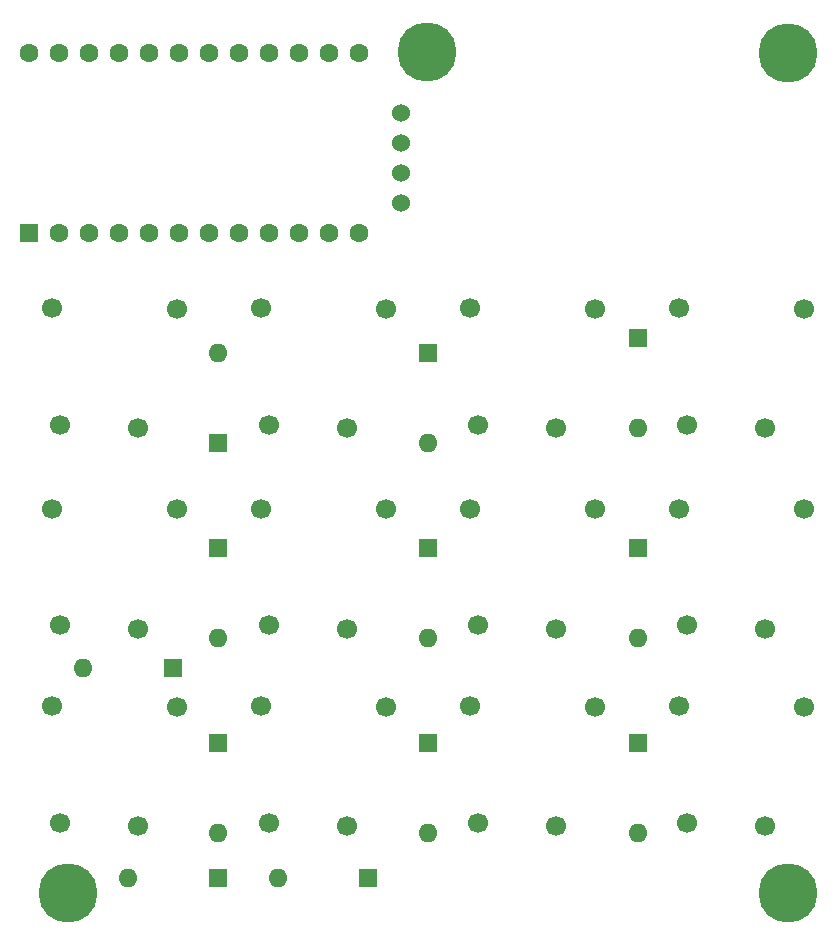
<source format=gbr>
%TF.GenerationSoftware,KiCad,Pcbnew,(5.1.10)-1*%
%TF.CreationDate,2021-07-14T17:28:46+02:00*%
%TF.ProjectId,kailh-keys,6b61696c-682d-46b6-9579-732e6b696361,rev?*%
%TF.SameCoordinates,Original*%
%TF.FileFunction,Soldermask,Bot*%
%TF.FilePolarity,Negative*%
%FSLAX46Y46*%
G04 Gerber Fmt 4.6, Leading zero omitted, Abs format (unit mm)*
G04 Created by KiCad (PCBNEW (5.1.10)-1) date 2021-07-14 17:28:46*
%MOMM*%
%LPD*%
G01*
G04 APERTURE LIST*
%ADD10C,1.700000*%
%ADD11O,1.600000X1.600000*%
%ADD12R,1.600000X1.600000*%
%ADD13C,5.000000*%
%ADD14C,0.800000*%
%ADD15C,1.524000*%
%ADD16C,1.600000*%
G04 APERTURE END LIST*
D10*
%TO.C,SW1*%
X178004000Y-73015700D03*
X171412700Y-72736300D03*
X181306000Y-62919200D03*
X170726900Y-62906500D03*
%TD*%
%TO.C,SW2*%
X195704000Y-73015700D03*
X189112700Y-72736300D03*
X199006000Y-62919200D03*
X188426900Y-62906500D03*
%TD*%
%TO.C,SW3*%
X213404000Y-73015700D03*
X206812700Y-72736300D03*
X216706000Y-62919200D03*
X206126900Y-62906500D03*
%TD*%
%TO.C,SW4*%
X231104000Y-73015700D03*
X224512700Y-72736300D03*
X234406000Y-62919200D03*
X223826900Y-62906500D03*
%TD*%
%TO.C,SW5*%
X178004000Y-90015700D03*
X171412700Y-89736300D03*
X181306000Y-79919200D03*
X170726900Y-79906500D03*
%TD*%
%TO.C,SW6*%
X195704000Y-90015700D03*
X189112700Y-89736300D03*
X199006000Y-79919200D03*
X188426900Y-79906500D03*
%TD*%
%TO.C,SW7*%
X213404000Y-90015700D03*
X206812700Y-89736300D03*
X216706000Y-79919200D03*
X206126900Y-79906500D03*
%TD*%
%TO.C,SW8*%
X231104000Y-90015700D03*
X224512700Y-89736300D03*
X234406000Y-79919200D03*
X223826900Y-79906500D03*
%TD*%
%TO.C,SW9*%
X178004000Y-106715700D03*
X171412700Y-106436300D03*
X181306000Y-96619200D03*
X170726900Y-96606500D03*
%TD*%
%TO.C,SW10*%
X195704000Y-106715700D03*
X189112700Y-106436300D03*
X199006000Y-96619200D03*
X188426900Y-96606500D03*
%TD*%
%TO.C,SW11*%
X213404000Y-106715700D03*
X206812700Y-106436300D03*
X216706000Y-96619200D03*
X206126900Y-96606500D03*
%TD*%
%TO.C,SW12*%
X231104000Y-106715700D03*
X224512700Y-106436300D03*
X234406000Y-96619200D03*
X223826900Y-96606500D03*
%TD*%
D11*
%TO.C,D1*%
X184785000Y-66675000D03*
D12*
X184785000Y-74295000D03*
%TD*%
D11*
%TO.C,D2*%
X184785000Y-90805000D03*
D12*
X184785000Y-83185000D03*
%TD*%
%TO.C,D3*%
X202565000Y-66675000D03*
D11*
X202565000Y-74295000D03*
%TD*%
D12*
%TO.C,D4*%
X220345000Y-65405000D03*
D11*
X220345000Y-73025000D03*
%TD*%
D12*
%TO.C,D5*%
X180975000Y-93345000D03*
D11*
X173355000Y-93345000D03*
%TD*%
%TO.C,D6*%
X184785000Y-107315000D03*
D12*
X184785000Y-99695000D03*
%TD*%
D11*
%TO.C,D7*%
X202565000Y-90805000D03*
D12*
X202565000Y-83185000D03*
%TD*%
%TO.C,D8*%
X220345000Y-83185000D03*
D11*
X220345000Y-90805000D03*
%TD*%
%TO.C,D9*%
X177165000Y-111125000D03*
D12*
X184785000Y-111125000D03*
%TD*%
%TO.C,D10*%
X197485000Y-111125000D03*
D11*
X189865000Y-111125000D03*
%TD*%
D12*
%TO.C,D11*%
X202565000Y-99695000D03*
D11*
X202565000Y-107315000D03*
%TD*%
%TO.C,D12*%
X220345000Y-107315000D03*
D12*
X220345000Y-99695000D03*
%TD*%
D13*
%TO.C,H1*%
X172085000Y-112395000D03*
D14*
X173960000Y-112395000D03*
X173410825Y-113720825D03*
X172085000Y-114270000D03*
X170759175Y-113720825D03*
X170210000Y-112395000D03*
X170759175Y-111069175D03*
X172085000Y-110520000D03*
X173410825Y-111069175D03*
%TD*%
D13*
%TO.C,H2*%
X233045000Y-112395000D03*
D14*
X234920000Y-112395000D03*
X234370825Y-113720825D03*
X233045000Y-114270000D03*
X231719175Y-113720825D03*
X231170000Y-112395000D03*
X231719175Y-111069175D03*
X233045000Y-110520000D03*
X234370825Y-111069175D03*
%TD*%
%TO.C,H3*%
X234370825Y-39949175D03*
X233045000Y-39400000D03*
X231719175Y-39949175D03*
X231170000Y-41275000D03*
X231719175Y-42600825D03*
X233045000Y-43150000D03*
X234370825Y-42600825D03*
X234920000Y-41275000D03*
D13*
X233045000Y-41275000D03*
%TD*%
D14*
%TO.C,H4*%
X203834825Y-39893375D03*
X202509000Y-39344200D03*
X201183175Y-39893375D03*
X200634000Y-41219200D03*
X201183175Y-42545025D03*
X202509000Y-43094200D03*
X203834825Y-42545025D03*
X204384000Y-41219200D03*
D13*
X202509000Y-41219200D03*
%TD*%
D15*
%TO.C,U1*%
X200279000Y-53975000D03*
X200279000Y-51435000D03*
X200279000Y-48895000D03*
X200279000Y-46355000D03*
%TD*%
D16*
%TO.C,U2*%
X168834000Y-41275000D03*
X171374000Y-41275000D03*
X173914000Y-41275000D03*
X176454000Y-41275000D03*
X178994000Y-41275000D03*
X181534000Y-41275000D03*
X184074000Y-41275000D03*
X186614000Y-41275000D03*
X189154000Y-41275000D03*
X191694000Y-41275000D03*
X194234000Y-41275000D03*
X196774000Y-41275000D03*
X196774000Y-56515000D03*
X194234000Y-56515000D03*
X191694000Y-56515000D03*
X189154000Y-56515000D03*
X186614000Y-56515000D03*
X184074000Y-56515000D03*
X181534000Y-56515000D03*
X178994000Y-56515000D03*
X176454000Y-56515000D03*
X173914000Y-56515000D03*
X171374000Y-56515000D03*
D12*
X168834000Y-56515000D03*
%TD*%
M02*

</source>
